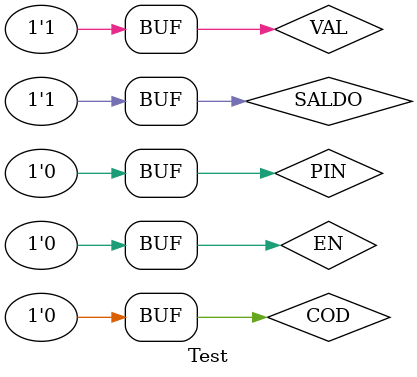
<source format=v>
`timescale 1ns / 1ps


module Test;

	// Inputs
	reg EN;
	reg PIN;
	reg COD;
	reg SALDO;
	reg VAL;
	

	// Outputs
	wire [3:0] COD_OUT;
	wire [3:0] VAL_OUT;
	wire [3:0] SADLO_OUT;
	wire [4:0] ECRA;
	wire [0:0] PAR;

	// Instantiate the Unit Under Test (UUT)
	MB uut (
		.EN(EN), 
		.PIN(PIN), 
		.COD(COD),
		.VAL(VAL),
		.COD_OUT(COD_OUT), 
		.VAL_OUT(VAL_OUT),
		.SALDO_OUT(SALDO_OUT),
		.SALDO(SALDO), 
		.ECRA(ECRA), 
		.PAR(PAR)
	);

	initial begin
		// Initialize Inputs
		EN = 0;
		PIN = 0;
		COD = 0;
		SALDO = 1111;
		VAL = 0001;

		// Wait 100 ns for global reset to finish
		#100;
        
		// Add stimulus here

	end
      
endmodule


</source>
